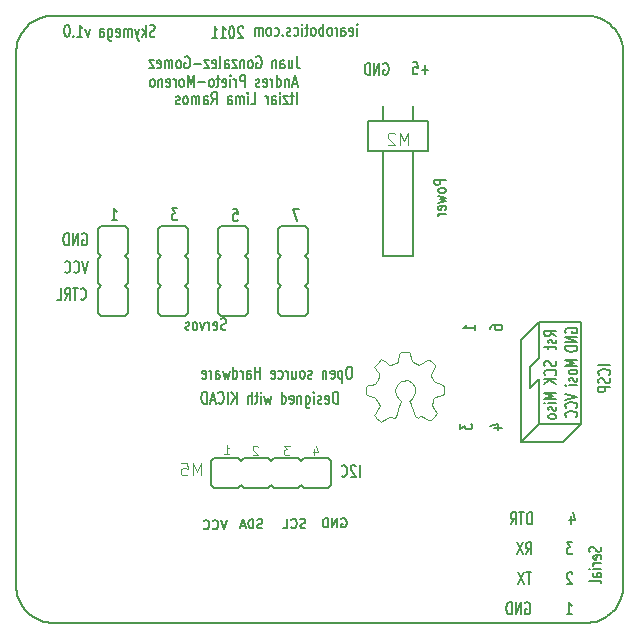
<source format=gbo>
G04 (created by PCBNEW-RS274X (2010-00-09 BZR 23xx)-stable) date Sun 13 Nov 2011 01:59:46 PM CET*
G01*
G70*
G90*
%MOIN*%
G04 Gerber Fmt 3.4, Leading zero omitted, Abs format*
%FSLAX34Y34*%
G04 APERTURE LIST*
%ADD10C,0.006000*%
%ADD11C,0.005000*%
%ADD12C,0.003500*%
%ADD13C,0.000100*%
G04 APERTURE END LIST*
G54D10*
G54D11*
X61000Y-38200D02*
X59600Y-38200D01*
X61600Y-37600D02*
X61000Y-38200D01*
X59600Y-38200D02*
X60200Y-37600D01*
X59600Y-34800D02*
X59600Y-38200D01*
X60200Y-34200D02*
X59600Y-34800D01*
X60200Y-34200D02*
X60200Y-35400D01*
X61600Y-34200D02*
X60200Y-34200D01*
X61600Y-37600D02*
X61600Y-34200D01*
X60200Y-37600D02*
X61600Y-37600D01*
X60200Y-36100D02*
X60200Y-37600D01*
X59900Y-36400D02*
X60200Y-36100D01*
X59900Y-35700D02*
X59900Y-36400D01*
X60200Y-35400D02*
X59900Y-35700D01*
X58562Y-34457D02*
X58562Y-34400D01*
X58581Y-34371D01*
X58600Y-34357D01*
X58657Y-34328D01*
X58733Y-34314D01*
X58886Y-34314D01*
X58924Y-34328D01*
X58943Y-34343D01*
X58962Y-34371D01*
X58962Y-34428D01*
X58943Y-34457D01*
X58924Y-34471D01*
X58886Y-34486D01*
X58790Y-34486D01*
X58752Y-34471D01*
X58733Y-34457D01*
X58714Y-34428D01*
X58714Y-34371D01*
X58733Y-34343D01*
X58752Y-34328D01*
X58790Y-34314D01*
X61462Y-35471D02*
X61062Y-35471D01*
X61348Y-35571D01*
X61062Y-35671D01*
X61462Y-35671D01*
X61462Y-35857D02*
X61443Y-35829D01*
X61424Y-35814D01*
X61386Y-35800D01*
X61271Y-35800D01*
X61233Y-35814D01*
X61214Y-35829D01*
X61195Y-35857D01*
X61195Y-35900D01*
X61214Y-35929D01*
X61233Y-35943D01*
X61271Y-35957D01*
X61386Y-35957D01*
X61424Y-35943D01*
X61443Y-35929D01*
X61462Y-35900D01*
X61462Y-35857D01*
X61443Y-36071D02*
X61462Y-36100D01*
X61462Y-36157D01*
X61443Y-36185D01*
X61405Y-36200D01*
X61386Y-36200D01*
X61348Y-36185D01*
X61329Y-36157D01*
X61329Y-36114D01*
X61310Y-36085D01*
X61271Y-36071D01*
X61252Y-36071D01*
X61214Y-36085D01*
X61195Y-36114D01*
X61195Y-36157D01*
X61214Y-36185D01*
X61462Y-36328D02*
X61195Y-36328D01*
X61062Y-36328D02*
X61081Y-36314D01*
X61100Y-36328D01*
X61081Y-36343D01*
X61062Y-36328D01*
X61100Y-36328D01*
X60762Y-34686D02*
X60571Y-34586D01*
X60762Y-34514D02*
X60362Y-34514D01*
X60362Y-34629D01*
X60381Y-34657D01*
X60400Y-34672D01*
X60438Y-34686D01*
X60495Y-34686D01*
X60533Y-34672D01*
X60552Y-34657D01*
X60571Y-34629D01*
X60571Y-34514D01*
X60743Y-34800D02*
X60762Y-34829D01*
X60762Y-34886D01*
X60743Y-34914D01*
X60705Y-34929D01*
X60686Y-34929D01*
X60648Y-34914D01*
X60629Y-34886D01*
X60629Y-34843D01*
X60610Y-34814D01*
X60571Y-34800D01*
X60552Y-34800D01*
X60514Y-34814D01*
X60495Y-34843D01*
X60495Y-34886D01*
X60514Y-34914D01*
X60495Y-35015D02*
X60495Y-35129D01*
X60362Y-35057D02*
X60705Y-35057D01*
X60743Y-35072D01*
X60762Y-35100D01*
X60762Y-35129D01*
X60743Y-35514D02*
X60762Y-35557D01*
X60762Y-35628D01*
X60743Y-35657D01*
X60724Y-35671D01*
X60686Y-35686D01*
X60648Y-35686D01*
X60610Y-35671D01*
X60590Y-35657D01*
X60571Y-35628D01*
X60552Y-35571D01*
X60533Y-35543D01*
X60514Y-35528D01*
X60476Y-35514D01*
X60438Y-35514D01*
X60400Y-35528D01*
X60381Y-35543D01*
X60362Y-35571D01*
X60362Y-35643D01*
X60381Y-35686D01*
X60724Y-35986D02*
X60743Y-35972D01*
X60762Y-35929D01*
X60762Y-35900D01*
X60743Y-35857D01*
X60705Y-35829D01*
X60667Y-35814D01*
X60590Y-35800D01*
X60533Y-35800D01*
X60457Y-35814D01*
X60419Y-35829D01*
X60381Y-35857D01*
X60362Y-35900D01*
X60362Y-35929D01*
X60381Y-35972D01*
X60400Y-35986D01*
X60762Y-36114D02*
X60362Y-36114D01*
X60762Y-36286D02*
X60533Y-36157D01*
X60362Y-36286D02*
X60590Y-36114D01*
X60762Y-36571D02*
X60362Y-36571D01*
X60648Y-36671D01*
X60362Y-36771D01*
X60762Y-36771D01*
X60762Y-36914D02*
X60495Y-36914D01*
X60362Y-36914D02*
X60381Y-36900D01*
X60400Y-36914D01*
X60381Y-36929D01*
X60362Y-36914D01*
X60400Y-36914D01*
X60743Y-37043D02*
X60762Y-37072D01*
X60762Y-37129D01*
X60743Y-37157D01*
X60705Y-37172D01*
X60686Y-37172D01*
X60648Y-37157D01*
X60629Y-37129D01*
X60629Y-37086D01*
X60610Y-37057D01*
X60571Y-37043D01*
X60552Y-37043D01*
X60514Y-37057D01*
X60495Y-37086D01*
X60495Y-37129D01*
X60514Y-37157D01*
X60762Y-37343D02*
X60743Y-37315D01*
X60724Y-37300D01*
X60686Y-37286D01*
X60571Y-37286D01*
X60533Y-37300D01*
X60514Y-37315D01*
X60495Y-37343D01*
X60495Y-37386D01*
X60514Y-37415D01*
X60533Y-37429D01*
X60571Y-37443D01*
X60686Y-37443D01*
X60724Y-37429D01*
X60743Y-37415D01*
X60762Y-37386D01*
X60762Y-37343D01*
X59943Y-40962D02*
X59943Y-40562D01*
X59871Y-40562D01*
X59828Y-40581D01*
X59800Y-40619D01*
X59785Y-40657D01*
X59771Y-40733D01*
X59771Y-40790D01*
X59785Y-40867D01*
X59800Y-40905D01*
X59828Y-40943D01*
X59871Y-40962D01*
X59943Y-40962D01*
X59685Y-40562D02*
X59514Y-40562D01*
X59600Y-40962D02*
X59600Y-40562D01*
X59242Y-40962D02*
X59342Y-40771D01*
X59414Y-40962D02*
X59414Y-40562D01*
X59299Y-40562D01*
X59271Y-40581D01*
X59256Y-40600D01*
X59242Y-40638D01*
X59242Y-40695D01*
X59256Y-40733D01*
X59271Y-40752D01*
X59299Y-40771D01*
X59414Y-40771D01*
X61243Y-40695D02*
X61243Y-40962D01*
X61314Y-40543D02*
X61386Y-40829D01*
X61200Y-40829D01*
X44000Y-24000D02*
X61750Y-24000D01*
X42750Y-25250D02*
X42750Y-43000D01*
X44000Y-24000D02*
X43892Y-24005D01*
X43783Y-24019D01*
X43677Y-24043D01*
X43573Y-24076D01*
X43472Y-24118D01*
X43376Y-24168D01*
X43284Y-24227D01*
X43197Y-24293D01*
X43117Y-24367D01*
X43043Y-24447D01*
X42977Y-24534D01*
X42918Y-24626D01*
X42868Y-24722D01*
X42826Y-24823D01*
X42793Y-24927D01*
X42769Y-25033D01*
X42755Y-25142D01*
X42750Y-25250D01*
X63000Y-43000D02*
X63000Y-25250D01*
X63000Y-25250D02*
X62995Y-25142D01*
X62981Y-25033D01*
X62957Y-24927D01*
X62924Y-24823D01*
X62882Y-24722D01*
X62832Y-24626D01*
X62773Y-24534D01*
X62707Y-24447D01*
X62633Y-24367D01*
X62553Y-24293D01*
X62466Y-24227D01*
X62375Y-24168D01*
X62278Y-24118D01*
X62177Y-24076D01*
X62073Y-24043D01*
X61967Y-24019D01*
X61858Y-24005D01*
X61750Y-24000D01*
X44000Y-44250D02*
X61750Y-44250D01*
X61750Y-44250D02*
X61858Y-44245D01*
X61967Y-44231D01*
X62073Y-44207D01*
X62177Y-44174D01*
X62278Y-44132D01*
X62375Y-44082D01*
X62466Y-44023D01*
X62553Y-43957D01*
X62633Y-43883D01*
X62707Y-43803D01*
X62773Y-43716D01*
X62832Y-43624D01*
X62882Y-43528D01*
X62924Y-43427D01*
X62957Y-43323D01*
X62981Y-43217D01*
X62995Y-43108D01*
X63000Y-43000D01*
X42750Y-43000D02*
X42755Y-43108D01*
X42769Y-43217D01*
X42793Y-43323D01*
X42826Y-43427D01*
X42868Y-43528D01*
X42918Y-43624D01*
X42977Y-43716D01*
X43043Y-43803D01*
X43117Y-43883D01*
X43197Y-43957D01*
X43284Y-44023D01*
X43376Y-44082D01*
X43472Y-44132D01*
X43573Y-44174D01*
X43677Y-44207D01*
X43783Y-44231D01*
X43892Y-44245D01*
X44000Y-44250D01*
X53474Y-36942D02*
X53474Y-36542D01*
X53402Y-36542D01*
X53359Y-36561D01*
X53331Y-36599D01*
X53316Y-36637D01*
X53302Y-36713D01*
X53302Y-36770D01*
X53316Y-36847D01*
X53331Y-36885D01*
X53359Y-36923D01*
X53402Y-36942D01*
X53474Y-36942D01*
X53059Y-36923D02*
X53088Y-36942D01*
X53145Y-36942D01*
X53174Y-36923D01*
X53188Y-36885D01*
X53188Y-36732D01*
X53174Y-36694D01*
X53145Y-36675D01*
X53088Y-36675D01*
X53059Y-36694D01*
X53045Y-36732D01*
X53045Y-36770D01*
X53188Y-36809D01*
X52931Y-36923D02*
X52902Y-36942D01*
X52845Y-36942D01*
X52817Y-36923D01*
X52802Y-36885D01*
X52802Y-36866D01*
X52817Y-36828D01*
X52845Y-36809D01*
X52888Y-36809D01*
X52917Y-36790D01*
X52931Y-36751D01*
X52931Y-36732D01*
X52917Y-36694D01*
X52888Y-36675D01*
X52845Y-36675D01*
X52817Y-36694D01*
X52674Y-36942D02*
X52674Y-36675D01*
X52674Y-36542D02*
X52688Y-36561D01*
X52674Y-36580D01*
X52659Y-36561D01*
X52674Y-36542D01*
X52674Y-36580D01*
X52402Y-36675D02*
X52402Y-36999D01*
X52416Y-37037D01*
X52431Y-37056D01*
X52459Y-37075D01*
X52502Y-37075D01*
X52531Y-37056D01*
X52402Y-36923D02*
X52431Y-36942D01*
X52488Y-36942D01*
X52516Y-36923D01*
X52531Y-36904D01*
X52545Y-36866D01*
X52545Y-36751D01*
X52531Y-36713D01*
X52516Y-36694D01*
X52488Y-36675D01*
X52431Y-36675D01*
X52402Y-36694D01*
X52260Y-36675D02*
X52260Y-36942D01*
X52260Y-36713D02*
X52245Y-36694D01*
X52217Y-36675D01*
X52174Y-36675D01*
X52145Y-36694D01*
X52131Y-36732D01*
X52131Y-36942D01*
X51874Y-36923D02*
X51903Y-36942D01*
X51960Y-36942D01*
X51989Y-36923D01*
X52003Y-36885D01*
X52003Y-36732D01*
X51989Y-36694D01*
X51960Y-36675D01*
X51903Y-36675D01*
X51874Y-36694D01*
X51860Y-36732D01*
X51860Y-36770D01*
X52003Y-36809D01*
X51603Y-36942D02*
X51603Y-36542D01*
X51603Y-36923D02*
X51632Y-36942D01*
X51689Y-36942D01*
X51717Y-36923D01*
X51732Y-36904D01*
X51746Y-36866D01*
X51746Y-36751D01*
X51732Y-36713D01*
X51717Y-36694D01*
X51689Y-36675D01*
X51632Y-36675D01*
X51603Y-36694D01*
X51260Y-36675D02*
X51203Y-36942D01*
X51146Y-36751D01*
X51089Y-36942D01*
X51032Y-36675D01*
X50918Y-36942D02*
X50918Y-36675D01*
X50918Y-36542D02*
X50932Y-36561D01*
X50918Y-36580D01*
X50903Y-36561D01*
X50918Y-36542D01*
X50918Y-36580D01*
X50817Y-36675D02*
X50703Y-36675D01*
X50775Y-36542D02*
X50775Y-36885D01*
X50760Y-36923D01*
X50732Y-36942D01*
X50703Y-36942D01*
X50604Y-36942D02*
X50604Y-36542D01*
X50475Y-36942D02*
X50475Y-36732D01*
X50489Y-36694D01*
X50518Y-36675D01*
X50561Y-36675D01*
X50589Y-36694D01*
X50604Y-36713D01*
X50104Y-36942D02*
X50104Y-36542D01*
X49932Y-36942D02*
X50061Y-36713D01*
X49932Y-36542D02*
X50104Y-36770D01*
X49804Y-36942D02*
X49804Y-36542D01*
X49489Y-36904D02*
X49503Y-36923D01*
X49546Y-36942D01*
X49575Y-36942D01*
X49618Y-36923D01*
X49646Y-36885D01*
X49661Y-36847D01*
X49675Y-36770D01*
X49675Y-36713D01*
X49661Y-36637D01*
X49646Y-36599D01*
X49618Y-36561D01*
X49575Y-36542D01*
X49546Y-36542D01*
X49503Y-36561D01*
X49489Y-36580D01*
X49375Y-36828D02*
X49232Y-36828D01*
X49403Y-36942D02*
X49303Y-36542D01*
X49203Y-36942D01*
X49104Y-36942D02*
X49104Y-36542D01*
X49032Y-36542D01*
X48989Y-36561D01*
X48961Y-36599D01*
X48946Y-36637D01*
X48932Y-36713D01*
X48932Y-36770D01*
X48946Y-36847D01*
X48961Y-36885D01*
X48989Y-36923D01*
X49032Y-36942D01*
X49104Y-36942D01*
X53884Y-35702D02*
X53827Y-35702D01*
X53799Y-35721D01*
X53770Y-35759D01*
X53756Y-35835D01*
X53756Y-35969D01*
X53770Y-36045D01*
X53799Y-36083D01*
X53827Y-36102D01*
X53884Y-36102D01*
X53913Y-36083D01*
X53942Y-36045D01*
X53956Y-35969D01*
X53956Y-35835D01*
X53942Y-35759D01*
X53913Y-35721D01*
X53884Y-35702D01*
X53628Y-35835D02*
X53628Y-36235D01*
X53628Y-35854D02*
X53599Y-35835D01*
X53542Y-35835D01*
X53513Y-35854D01*
X53499Y-35873D01*
X53485Y-35911D01*
X53485Y-36026D01*
X53499Y-36064D01*
X53513Y-36083D01*
X53542Y-36102D01*
X53599Y-36102D01*
X53628Y-36083D01*
X53242Y-36083D02*
X53271Y-36102D01*
X53328Y-36102D01*
X53357Y-36083D01*
X53371Y-36045D01*
X53371Y-35892D01*
X53357Y-35854D01*
X53328Y-35835D01*
X53271Y-35835D01*
X53242Y-35854D01*
X53228Y-35892D01*
X53228Y-35930D01*
X53371Y-35969D01*
X53100Y-35835D02*
X53100Y-36102D01*
X53100Y-35873D02*
X53085Y-35854D01*
X53057Y-35835D01*
X53014Y-35835D01*
X52985Y-35854D01*
X52971Y-35892D01*
X52971Y-36102D01*
X52614Y-36083D02*
X52585Y-36102D01*
X52528Y-36102D01*
X52500Y-36083D01*
X52485Y-36045D01*
X52485Y-36026D01*
X52500Y-35988D01*
X52528Y-35969D01*
X52571Y-35969D01*
X52600Y-35950D01*
X52614Y-35911D01*
X52614Y-35892D01*
X52600Y-35854D01*
X52571Y-35835D01*
X52528Y-35835D01*
X52500Y-35854D01*
X52314Y-36102D02*
X52342Y-36083D01*
X52357Y-36064D01*
X52371Y-36026D01*
X52371Y-35911D01*
X52357Y-35873D01*
X52342Y-35854D01*
X52314Y-35835D01*
X52271Y-35835D01*
X52242Y-35854D01*
X52228Y-35873D01*
X52214Y-35911D01*
X52214Y-36026D01*
X52228Y-36064D01*
X52242Y-36083D01*
X52271Y-36102D01*
X52314Y-36102D01*
X51957Y-35835D02*
X51957Y-36102D01*
X52086Y-35835D02*
X52086Y-36045D01*
X52071Y-36083D01*
X52043Y-36102D01*
X52000Y-36102D01*
X51971Y-36083D01*
X51957Y-36064D01*
X51815Y-36102D02*
X51815Y-35835D01*
X51815Y-35911D02*
X51800Y-35873D01*
X51786Y-35854D01*
X51757Y-35835D01*
X51729Y-35835D01*
X51500Y-36083D02*
X51529Y-36102D01*
X51586Y-36102D01*
X51614Y-36083D01*
X51629Y-36064D01*
X51643Y-36026D01*
X51643Y-35911D01*
X51629Y-35873D01*
X51614Y-35854D01*
X51586Y-35835D01*
X51529Y-35835D01*
X51500Y-35854D01*
X51257Y-36083D02*
X51286Y-36102D01*
X51343Y-36102D01*
X51372Y-36083D01*
X51386Y-36045D01*
X51386Y-35892D01*
X51372Y-35854D01*
X51343Y-35835D01*
X51286Y-35835D01*
X51257Y-35854D01*
X51243Y-35892D01*
X51243Y-35930D01*
X51386Y-35969D01*
X50886Y-36102D02*
X50886Y-35702D01*
X50886Y-35892D02*
X50714Y-35892D01*
X50714Y-36102D02*
X50714Y-35702D01*
X50443Y-36102D02*
X50443Y-35892D01*
X50457Y-35854D01*
X50486Y-35835D01*
X50543Y-35835D01*
X50572Y-35854D01*
X50443Y-36083D02*
X50472Y-36102D01*
X50543Y-36102D01*
X50572Y-36083D01*
X50586Y-36045D01*
X50586Y-36007D01*
X50572Y-35969D01*
X50543Y-35950D01*
X50472Y-35950D01*
X50443Y-35930D01*
X50301Y-36102D02*
X50301Y-35835D01*
X50301Y-35911D02*
X50286Y-35873D01*
X50272Y-35854D01*
X50243Y-35835D01*
X50215Y-35835D01*
X49986Y-36102D02*
X49986Y-35702D01*
X49986Y-36083D02*
X50015Y-36102D01*
X50072Y-36102D01*
X50100Y-36083D01*
X50115Y-36064D01*
X50129Y-36026D01*
X50129Y-35911D01*
X50115Y-35873D01*
X50100Y-35854D01*
X50072Y-35835D01*
X50015Y-35835D01*
X49986Y-35854D01*
X49872Y-35835D02*
X49815Y-36102D01*
X49758Y-35911D01*
X49701Y-36102D01*
X49644Y-35835D01*
X49401Y-36102D02*
X49401Y-35892D01*
X49415Y-35854D01*
X49444Y-35835D01*
X49501Y-35835D01*
X49530Y-35854D01*
X49401Y-36083D02*
X49430Y-36102D01*
X49501Y-36102D01*
X49530Y-36083D01*
X49544Y-36045D01*
X49544Y-36007D01*
X49530Y-35969D01*
X49501Y-35950D01*
X49430Y-35950D01*
X49401Y-35930D01*
X49259Y-36102D02*
X49259Y-35835D01*
X49259Y-35911D02*
X49244Y-35873D01*
X49230Y-35854D01*
X49201Y-35835D01*
X49173Y-35835D01*
X48958Y-36083D02*
X48987Y-36102D01*
X49044Y-36102D01*
X49073Y-36083D01*
X49087Y-36045D01*
X49087Y-35892D01*
X49073Y-35854D01*
X49044Y-35835D01*
X48987Y-35835D01*
X48958Y-35854D01*
X48944Y-35892D01*
X48944Y-35930D01*
X49087Y-35969D01*
X52107Y-26962D02*
X52107Y-26562D01*
X52006Y-26695D02*
X51892Y-26695D01*
X51964Y-26562D02*
X51964Y-26905D01*
X51949Y-26943D01*
X51921Y-26962D01*
X51892Y-26962D01*
X51821Y-26695D02*
X51664Y-26695D01*
X51821Y-26962D01*
X51664Y-26962D01*
X51550Y-26962D02*
X51550Y-26695D01*
X51550Y-26562D02*
X51564Y-26581D01*
X51550Y-26600D01*
X51535Y-26581D01*
X51550Y-26562D01*
X51550Y-26600D01*
X51278Y-26962D02*
X51278Y-26752D01*
X51292Y-26714D01*
X51321Y-26695D01*
X51378Y-26695D01*
X51407Y-26714D01*
X51278Y-26943D02*
X51307Y-26962D01*
X51378Y-26962D01*
X51407Y-26943D01*
X51421Y-26905D01*
X51421Y-26867D01*
X51407Y-26829D01*
X51378Y-26810D01*
X51307Y-26810D01*
X51278Y-26790D01*
X51136Y-26962D02*
X51136Y-26695D01*
X51136Y-26771D02*
X51121Y-26733D01*
X51107Y-26714D01*
X51078Y-26695D01*
X51050Y-26695D01*
X50578Y-26962D02*
X50721Y-26962D01*
X50721Y-26562D01*
X50478Y-26962D02*
X50478Y-26695D01*
X50478Y-26562D02*
X50492Y-26581D01*
X50478Y-26600D01*
X50463Y-26581D01*
X50478Y-26562D01*
X50478Y-26600D01*
X50335Y-26962D02*
X50335Y-26695D01*
X50335Y-26733D02*
X50320Y-26714D01*
X50292Y-26695D01*
X50249Y-26695D01*
X50220Y-26714D01*
X50206Y-26752D01*
X50206Y-26962D01*
X50206Y-26752D02*
X50192Y-26714D01*
X50163Y-26695D01*
X50120Y-26695D01*
X50092Y-26714D01*
X50077Y-26752D01*
X50077Y-26962D01*
X49806Y-26962D02*
X49806Y-26752D01*
X49820Y-26714D01*
X49849Y-26695D01*
X49906Y-26695D01*
X49935Y-26714D01*
X49806Y-26943D02*
X49835Y-26962D01*
X49906Y-26962D01*
X49935Y-26943D01*
X49949Y-26905D01*
X49949Y-26867D01*
X49935Y-26829D01*
X49906Y-26810D01*
X49835Y-26810D01*
X49806Y-26790D01*
X49263Y-26962D02*
X49363Y-26771D01*
X49435Y-26962D02*
X49435Y-26562D01*
X49320Y-26562D01*
X49292Y-26581D01*
X49277Y-26600D01*
X49263Y-26638D01*
X49263Y-26695D01*
X49277Y-26733D01*
X49292Y-26752D01*
X49320Y-26771D01*
X49435Y-26771D01*
X49006Y-26962D02*
X49006Y-26752D01*
X49020Y-26714D01*
X49049Y-26695D01*
X49106Y-26695D01*
X49135Y-26714D01*
X49006Y-26943D02*
X49035Y-26962D01*
X49106Y-26962D01*
X49135Y-26943D01*
X49149Y-26905D01*
X49149Y-26867D01*
X49135Y-26829D01*
X49106Y-26810D01*
X49035Y-26810D01*
X49006Y-26790D01*
X48864Y-26962D02*
X48864Y-26695D01*
X48864Y-26733D02*
X48849Y-26714D01*
X48821Y-26695D01*
X48778Y-26695D01*
X48749Y-26714D01*
X48735Y-26752D01*
X48735Y-26962D01*
X48735Y-26752D02*
X48721Y-26714D01*
X48692Y-26695D01*
X48649Y-26695D01*
X48621Y-26714D01*
X48606Y-26752D01*
X48606Y-26962D01*
X48421Y-26962D02*
X48449Y-26943D01*
X48464Y-26924D01*
X48478Y-26886D01*
X48478Y-26771D01*
X48464Y-26733D01*
X48449Y-26714D01*
X48421Y-26695D01*
X48378Y-26695D01*
X48349Y-26714D01*
X48335Y-26733D01*
X48321Y-26771D01*
X48321Y-26886D01*
X48335Y-26924D01*
X48349Y-26943D01*
X48378Y-26962D01*
X48421Y-26962D01*
X48207Y-26943D02*
X48178Y-26962D01*
X48121Y-26962D01*
X48093Y-26943D01*
X48078Y-26905D01*
X48078Y-26886D01*
X48093Y-26848D01*
X48121Y-26829D01*
X48164Y-26829D01*
X48193Y-26810D01*
X48207Y-26771D01*
X48207Y-26752D01*
X48193Y-26714D01*
X48164Y-26695D01*
X48121Y-26695D01*
X48093Y-26714D01*
X52109Y-26268D02*
X51966Y-26268D01*
X52137Y-26382D02*
X52037Y-25982D01*
X51937Y-26382D01*
X51838Y-26115D02*
X51838Y-26382D01*
X51838Y-26153D02*
X51823Y-26134D01*
X51795Y-26115D01*
X51752Y-26115D01*
X51723Y-26134D01*
X51709Y-26172D01*
X51709Y-26382D01*
X51438Y-26382D02*
X51438Y-25982D01*
X51438Y-26363D02*
X51467Y-26382D01*
X51524Y-26382D01*
X51552Y-26363D01*
X51567Y-26344D01*
X51581Y-26306D01*
X51581Y-26191D01*
X51567Y-26153D01*
X51552Y-26134D01*
X51524Y-26115D01*
X51467Y-26115D01*
X51438Y-26134D01*
X51296Y-26382D02*
X51296Y-26115D01*
X51296Y-26191D02*
X51281Y-26153D01*
X51267Y-26134D01*
X51238Y-26115D01*
X51210Y-26115D01*
X50995Y-26363D02*
X51024Y-26382D01*
X51081Y-26382D01*
X51110Y-26363D01*
X51124Y-26325D01*
X51124Y-26172D01*
X51110Y-26134D01*
X51081Y-26115D01*
X51024Y-26115D01*
X50995Y-26134D01*
X50981Y-26172D01*
X50981Y-26210D01*
X51124Y-26249D01*
X50867Y-26363D02*
X50838Y-26382D01*
X50781Y-26382D01*
X50753Y-26363D01*
X50738Y-26325D01*
X50738Y-26306D01*
X50753Y-26268D01*
X50781Y-26249D01*
X50824Y-26249D01*
X50853Y-26230D01*
X50867Y-26191D01*
X50867Y-26172D01*
X50853Y-26134D01*
X50824Y-26115D01*
X50781Y-26115D01*
X50753Y-26134D01*
X50381Y-26382D02*
X50381Y-25982D01*
X50266Y-25982D01*
X50238Y-26001D01*
X50223Y-26020D01*
X50209Y-26058D01*
X50209Y-26115D01*
X50223Y-26153D01*
X50238Y-26172D01*
X50266Y-26191D01*
X50381Y-26191D01*
X50081Y-26382D02*
X50081Y-26115D01*
X50081Y-26191D02*
X50066Y-26153D01*
X50052Y-26134D01*
X50023Y-26115D01*
X49995Y-26115D01*
X49895Y-26382D02*
X49895Y-26115D01*
X49895Y-25982D02*
X49909Y-26001D01*
X49895Y-26020D01*
X49880Y-26001D01*
X49895Y-25982D01*
X49895Y-26020D01*
X49637Y-26363D02*
X49666Y-26382D01*
X49723Y-26382D01*
X49752Y-26363D01*
X49766Y-26325D01*
X49766Y-26172D01*
X49752Y-26134D01*
X49723Y-26115D01*
X49666Y-26115D01*
X49637Y-26134D01*
X49623Y-26172D01*
X49623Y-26210D01*
X49766Y-26249D01*
X49537Y-26115D02*
X49423Y-26115D01*
X49495Y-25982D02*
X49495Y-26325D01*
X49480Y-26363D01*
X49452Y-26382D01*
X49423Y-26382D01*
X49281Y-26382D02*
X49309Y-26363D01*
X49324Y-26344D01*
X49338Y-26306D01*
X49338Y-26191D01*
X49324Y-26153D01*
X49309Y-26134D01*
X49281Y-26115D01*
X49238Y-26115D01*
X49209Y-26134D01*
X49195Y-26153D01*
X49181Y-26191D01*
X49181Y-26306D01*
X49195Y-26344D01*
X49209Y-26363D01*
X49238Y-26382D01*
X49281Y-26382D01*
X49053Y-26230D02*
X48824Y-26230D01*
X48682Y-26382D02*
X48682Y-25982D01*
X48582Y-26268D01*
X48482Y-25982D01*
X48482Y-26382D01*
X48296Y-26382D02*
X48324Y-26363D01*
X48339Y-26344D01*
X48353Y-26306D01*
X48353Y-26191D01*
X48339Y-26153D01*
X48324Y-26134D01*
X48296Y-26115D01*
X48253Y-26115D01*
X48224Y-26134D01*
X48210Y-26153D01*
X48196Y-26191D01*
X48196Y-26306D01*
X48210Y-26344D01*
X48224Y-26363D01*
X48253Y-26382D01*
X48296Y-26382D01*
X48068Y-26382D02*
X48068Y-26115D01*
X48068Y-26191D02*
X48053Y-26153D01*
X48039Y-26134D01*
X48010Y-26115D01*
X47982Y-26115D01*
X47767Y-26363D02*
X47796Y-26382D01*
X47853Y-26382D01*
X47882Y-26363D01*
X47896Y-26325D01*
X47896Y-26172D01*
X47882Y-26134D01*
X47853Y-26115D01*
X47796Y-26115D01*
X47767Y-26134D01*
X47753Y-26172D01*
X47753Y-26210D01*
X47896Y-26249D01*
X47625Y-26115D02*
X47625Y-26382D01*
X47625Y-26153D02*
X47610Y-26134D01*
X47582Y-26115D01*
X47539Y-26115D01*
X47510Y-26134D01*
X47496Y-26172D01*
X47496Y-26382D01*
X47311Y-26382D02*
X47339Y-26363D01*
X47354Y-26344D01*
X47368Y-26306D01*
X47368Y-26191D01*
X47354Y-26153D01*
X47339Y-26134D01*
X47311Y-26115D01*
X47268Y-26115D01*
X47239Y-26134D01*
X47225Y-26153D01*
X47211Y-26191D01*
X47211Y-26306D01*
X47225Y-26344D01*
X47239Y-26363D01*
X47268Y-26382D01*
X47311Y-26382D01*
X52106Y-25362D02*
X52106Y-25648D01*
X52120Y-25705D01*
X52149Y-25743D01*
X52192Y-25762D01*
X52220Y-25762D01*
X51834Y-25495D02*
X51834Y-25762D01*
X51963Y-25495D02*
X51963Y-25705D01*
X51948Y-25743D01*
X51920Y-25762D01*
X51877Y-25762D01*
X51848Y-25743D01*
X51834Y-25724D01*
X51563Y-25762D02*
X51563Y-25552D01*
X51577Y-25514D01*
X51606Y-25495D01*
X51663Y-25495D01*
X51692Y-25514D01*
X51563Y-25743D02*
X51592Y-25762D01*
X51663Y-25762D01*
X51692Y-25743D01*
X51706Y-25705D01*
X51706Y-25667D01*
X51692Y-25629D01*
X51663Y-25610D01*
X51592Y-25610D01*
X51563Y-25590D01*
X51421Y-25495D02*
X51421Y-25762D01*
X51421Y-25533D02*
X51406Y-25514D01*
X51378Y-25495D01*
X51335Y-25495D01*
X51306Y-25514D01*
X51292Y-25552D01*
X51292Y-25762D01*
X50763Y-25381D02*
X50792Y-25362D01*
X50835Y-25362D01*
X50878Y-25381D01*
X50906Y-25419D01*
X50921Y-25457D01*
X50935Y-25533D01*
X50935Y-25590D01*
X50921Y-25667D01*
X50906Y-25705D01*
X50878Y-25743D01*
X50835Y-25762D01*
X50806Y-25762D01*
X50763Y-25743D01*
X50749Y-25724D01*
X50749Y-25590D01*
X50806Y-25590D01*
X50578Y-25762D02*
X50606Y-25743D01*
X50621Y-25724D01*
X50635Y-25686D01*
X50635Y-25571D01*
X50621Y-25533D01*
X50606Y-25514D01*
X50578Y-25495D01*
X50535Y-25495D01*
X50506Y-25514D01*
X50492Y-25533D01*
X50478Y-25571D01*
X50478Y-25686D01*
X50492Y-25724D01*
X50506Y-25743D01*
X50535Y-25762D01*
X50578Y-25762D01*
X50350Y-25495D02*
X50350Y-25762D01*
X50350Y-25533D02*
X50335Y-25514D01*
X50307Y-25495D01*
X50264Y-25495D01*
X50235Y-25514D01*
X50221Y-25552D01*
X50221Y-25762D01*
X50107Y-25495D02*
X49950Y-25495D01*
X50107Y-25762D01*
X49950Y-25762D01*
X49707Y-25762D02*
X49707Y-25552D01*
X49721Y-25514D01*
X49750Y-25495D01*
X49807Y-25495D01*
X49836Y-25514D01*
X49707Y-25743D02*
X49736Y-25762D01*
X49807Y-25762D01*
X49836Y-25743D01*
X49850Y-25705D01*
X49850Y-25667D01*
X49836Y-25629D01*
X49807Y-25610D01*
X49736Y-25610D01*
X49707Y-25590D01*
X49522Y-25762D02*
X49550Y-25743D01*
X49565Y-25705D01*
X49565Y-25362D01*
X49293Y-25743D02*
X49322Y-25762D01*
X49379Y-25762D01*
X49408Y-25743D01*
X49422Y-25705D01*
X49422Y-25552D01*
X49408Y-25514D01*
X49379Y-25495D01*
X49322Y-25495D01*
X49293Y-25514D01*
X49279Y-25552D01*
X49279Y-25590D01*
X49422Y-25629D01*
X49179Y-25495D02*
X49022Y-25495D01*
X49179Y-25762D01*
X49022Y-25762D01*
X48908Y-25610D02*
X48679Y-25610D01*
X48379Y-25381D02*
X48408Y-25362D01*
X48451Y-25362D01*
X48494Y-25381D01*
X48522Y-25419D01*
X48537Y-25457D01*
X48551Y-25533D01*
X48551Y-25590D01*
X48537Y-25667D01*
X48522Y-25705D01*
X48494Y-25743D01*
X48451Y-25762D01*
X48422Y-25762D01*
X48379Y-25743D01*
X48365Y-25724D01*
X48365Y-25590D01*
X48422Y-25590D01*
X48194Y-25762D02*
X48222Y-25743D01*
X48237Y-25724D01*
X48251Y-25686D01*
X48251Y-25571D01*
X48237Y-25533D01*
X48222Y-25514D01*
X48194Y-25495D01*
X48151Y-25495D01*
X48122Y-25514D01*
X48108Y-25533D01*
X48094Y-25571D01*
X48094Y-25686D01*
X48108Y-25724D01*
X48122Y-25743D01*
X48151Y-25762D01*
X48194Y-25762D01*
X47966Y-25762D02*
X47966Y-25495D01*
X47966Y-25533D02*
X47951Y-25514D01*
X47923Y-25495D01*
X47880Y-25495D01*
X47851Y-25514D01*
X47837Y-25552D01*
X47837Y-25762D01*
X47837Y-25552D02*
X47823Y-25514D01*
X47794Y-25495D01*
X47751Y-25495D01*
X47723Y-25514D01*
X47708Y-25552D01*
X47708Y-25762D01*
X47451Y-25743D02*
X47480Y-25762D01*
X47537Y-25762D01*
X47566Y-25743D01*
X47580Y-25705D01*
X47580Y-25552D01*
X47566Y-25514D01*
X47537Y-25495D01*
X47480Y-25495D01*
X47451Y-25514D01*
X47437Y-25552D01*
X47437Y-25590D01*
X47580Y-25629D01*
X47337Y-25495D02*
X47180Y-25495D01*
X47337Y-25762D01*
X47180Y-25762D01*
X50315Y-24400D02*
X50301Y-24381D01*
X50272Y-24362D01*
X50201Y-24362D01*
X50172Y-24381D01*
X50158Y-24400D01*
X50143Y-24438D01*
X50143Y-24476D01*
X50158Y-24533D01*
X50329Y-24762D01*
X50143Y-24762D01*
X49957Y-24362D02*
X49929Y-24362D01*
X49900Y-24381D01*
X49886Y-24400D01*
X49872Y-24438D01*
X49857Y-24514D01*
X49857Y-24610D01*
X49872Y-24686D01*
X49886Y-24724D01*
X49900Y-24743D01*
X49929Y-24762D01*
X49957Y-24762D01*
X49986Y-24743D01*
X50000Y-24724D01*
X50015Y-24686D01*
X50029Y-24610D01*
X50029Y-24514D01*
X50015Y-24438D01*
X50000Y-24400D01*
X49986Y-24381D01*
X49957Y-24362D01*
X49571Y-24762D02*
X49743Y-24762D01*
X49657Y-24762D02*
X49657Y-24362D01*
X49686Y-24419D01*
X49714Y-24457D01*
X49743Y-24476D01*
X49285Y-24762D02*
X49457Y-24762D01*
X49371Y-24762D02*
X49371Y-24362D01*
X49400Y-24419D01*
X49428Y-24457D01*
X49457Y-24476D01*
X54126Y-24672D02*
X54126Y-24405D01*
X54126Y-24272D02*
X54140Y-24291D01*
X54126Y-24310D01*
X54111Y-24291D01*
X54126Y-24272D01*
X54126Y-24310D01*
X53868Y-24653D02*
X53897Y-24672D01*
X53954Y-24672D01*
X53983Y-24653D01*
X53997Y-24615D01*
X53997Y-24462D01*
X53983Y-24424D01*
X53954Y-24405D01*
X53897Y-24405D01*
X53868Y-24424D01*
X53854Y-24462D01*
X53854Y-24500D01*
X53997Y-24539D01*
X53597Y-24672D02*
X53597Y-24462D01*
X53611Y-24424D01*
X53640Y-24405D01*
X53697Y-24405D01*
X53726Y-24424D01*
X53597Y-24653D02*
X53626Y-24672D01*
X53697Y-24672D01*
X53726Y-24653D01*
X53740Y-24615D01*
X53740Y-24577D01*
X53726Y-24539D01*
X53697Y-24520D01*
X53626Y-24520D01*
X53597Y-24500D01*
X53455Y-24672D02*
X53455Y-24405D01*
X53455Y-24481D02*
X53440Y-24443D01*
X53426Y-24424D01*
X53397Y-24405D01*
X53369Y-24405D01*
X53226Y-24672D02*
X53254Y-24653D01*
X53269Y-24634D01*
X53283Y-24596D01*
X53283Y-24481D01*
X53269Y-24443D01*
X53254Y-24424D01*
X53226Y-24405D01*
X53183Y-24405D01*
X53154Y-24424D01*
X53140Y-24443D01*
X53126Y-24481D01*
X53126Y-24596D01*
X53140Y-24634D01*
X53154Y-24653D01*
X53183Y-24672D01*
X53226Y-24672D01*
X52998Y-24672D02*
X52998Y-24272D01*
X52998Y-24424D02*
X52969Y-24405D01*
X52912Y-24405D01*
X52883Y-24424D01*
X52869Y-24443D01*
X52855Y-24481D01*
X52855Y-24596D01*
X52869Y-24634D01*
X52883Y-24653D01*
X52912Y-24672D01*
X52969Y-24672D01*
X52998Y-24653D01*
X52684Y-24672D02*
X52712Y-24653D01*
X52727Y-24634D01*
X52741Y-24596D01*
X52741Y-24481D01*
X52727Y-24443D01*
X52712Y-24424D01*
X52684Y-24405D01*
X52641Y-24405D01*
X52612Y-24424D01*
X52598Y-24443D01*
X52584Y-24481D01*
X52584Y-24596D01*
X52598Y-24634D01*
X52612Y-24653D01*
X52641Y-24672D01*
X52684Y-24672D01*
X52498Y-24405D02*
X52384Y-24405D01*
X52456Y-24272D02*
X52456Y-24615D01*
X52441Y-24653D01*
X52413Y-24672D01*
X52384Y-24672D01*
X52285Y-24672D02*
X52285Y-24405D01*
X52285Y-24272D02*
X52299Y-24291D01*
X52285Y-24310D01*
X52270Y-24291D01*
X52285Y-24272D01*
X52285Y-24310D01*
X52013Y-24653D02*
X52042Y-24672D01*
X52099Y-24672D01*
X52127Y-24653D01*
X52142Y-24634D01*
X52156Y-24596D01*
X52156Y-24481D01*
X52142Y-24443D01*
X52127Y-24424D01*
X52099Y-24405D01*
X52042Y-24405D01*
X52013Y-24424D01*
X51899Y-24653D02*
X51870Y-24672D01*
X51813Y-24672D01*
X51785Y-24653D01*
X51770Y-24615D01*
X51770Y-24596D01*
X51785Y-24558D01*
X51813Y-24539D01*
X51856Y-24539D01*
X51885Y-24520D01*
X51899Y-24481D01*
X51899Y-24462D01*
X51885Y-24424D01*
X51856Y-24405D01*
X51813Y-24405D01*
X51785Y-24424D01*
X51642Y-24634D02*
X51627Y-24653D01*
X51642Y-24672D01*
X51656Y-24653D01*
X51642Y-24634D01*
X51642Y-24672D01*
X51370Y-24653D02*
X51399Y-24672D01*
X51456Y-24672D01*
X51484Y-24653D01*
X51499Y-24634D01*
X51513Y-24596D01*
X51513Y-24481D01*
X51499Y-24443D01*
X51484Y-24424D01*
X51456Y-24405D01*
X51399Y-24405D01*
X51370Y-24424D01*
X51199Y-24672D02*
X51227Y-24653D01*
X51242Y-24634D01*
X51256Y-24596D01*
X51256Y-24481D01*
X51242Y-24443D01*
X51227Y-24424D01*
X51199Y-24405D01*
X51156Y-24405D01*
X51127Y-24424D01*
X51113Y-24443D01*
X51099Y-24481D01*
X51099Y-24596D01*
X51113Y-24634D01*
X51127Y-24653D01*
X51156Y-24672D01*
X51199Y-24672D01*
X50971Y-24672D02*
X50971Y-24405D01*
X50971Y-24443D02*
X50956Y-24424D01*
X50928Y-24405D01*
X50885Y-24405D01*
X50856Y-24424D01*
X50842Y-24462D01*
X50842Y-24672D01*
X50842Y-24462D02*
X50828Y-24424D01*
X50799Y-24405D01*
X50756Y-24405D01*
X50728Y-24424D01*
X50713Y-24462D01*
X50713Y-24672D01*
X47378Y-24693D02*
X47335Y-24712D01*
X47264Y-24712D01*
X47235Y-24693D01*
X47221Y-24674D01*
X47206Y-24636D01*
X47206Y-24598D01*
X47221Y-24560D01*
X47235Y-24540D01*
X47264Y-24521D01*
X47321Y-24502D01*
X47349Y-24483D01*
X47364Y-24464D01*
X47378Y-24426D01*
X47378Y-24388D01*
X47364Y-24350D01*
X47349Y-24331D01*
X47321Y-24312D01*
X47249Y-24312D01*
X47206Y-24331D01*
X47078Y-24712D02*
X47078Y-24312D01*
X47049Y-24560D02*
X46963Y-24712D01*
X46963Y-24445D02*
X47078Y-24598D01*
X46863Y-24445D02*
X46792Y-24712D01*
X46720Y-24445D02*
X46792Y-24712D01*
X46820Y-24807D01*
X46835Y-24826D01*
X46863Y-24845D01*
X46606Y-24712D02*
X46606Y-24445D01*
X46606Y-24483D02*
X46591Y-24464D01*
X46563Y-24445D01*
X46520Y-24445D01*
X46491Y-24464D01*
X46477Y-24502D01*
X46477Y-24712D01*
X46477Y-24502D02*
X46463Y-24464D01*
X46434Y-24445D01*
X46391Y-24445D01*
X46363Y-24464D01*
X46348Y-24502D01*
X46348Y-24712D01*
X46091Y-24693D02*
X46120Y-24712D01*
X46177Y-24712D01*
X46206Y-24693D01*
X46220Y-24655D01*
X46220Y-24502D01*
X46206Y-24464D01*
X46177Y-24445D01*
X46120Y-24445D01*
X46091Y-24464D01*
X46077Y-24502D01*
X46077Y-24540D01*
X46220Y-24579D01*
X45820Y-24445D02*
X45820Y-24769D01*
X45834Y-24807D01*
X45849Y-24826D01*
X45877Y-24845D01*
X45920Y-24845D01*
X45949Y-24826D01*
X45820Y-24693D02*
X45849Y-24712D01*
X45906Y-24712D01*
X45934Y-24693D01*
X45949Y-24674D01*
X45963Y-24636D01*
X45963Y-24521D01*
X45949Y-24483D01*
X45934Y-24464D01*
X45906Y-24445D01*
X45849Y-24445D01*
X45820Y-24464D01*
X45549Y-24712D02*
X45549Y-24502D01*
X45563Y-24464D01*
X45592Y-24445D01*
X45649Y-24445D01*
X45678Y-24464D01*
X45549Y-24693D02*
X45578Y-24712D01*
X45649Y-24712D01*
X45678Y-24693D01*
X45692Y-24655D01*
X45692Y-24617D01*
X45678Y-24579D01*
X45649Y-24560D01*
X45578Y-24560D01*
X45549Y-24540D01*
X45206Y-24445D02*
X45135Y-24712D01*
X45063Y-24445D01*
X44791Y-24712D02*
X44963Y-24712D01*
X44877Y-24712D02*
X44877Y-24312D01*
X44906Y-24369D01*
X44934Y-24407D01*
X44963Y-24426D01*
X44663Y-24674D02*
X44648Y-24693D01*
X44663Y-24712D01*
X44677Y-24693D01*
X44663Y-24674D01*
X44663Y-24712D01*
X44462Y-24312D02*
X44434Y-24312D01*
X44405Y-24331D01*
X44391Y-24350D01*
X44377Y-24388D01*
X44362Y-24464D01*
X44362Y-24560D01*
X44377Y-24636D01*
X44391Y-24674D01*
X44405Y-24693D01*
X44434Y-24712D01*
X44462Y-24712D01*
X44491Y-24693D01*
X44505Y-24674D01*
X44520Y-24636D01*
X44534Y-24560D01*
X44534Y-24464D01*
X44520Y-24388D01*
X44505Y-24350D01*
X44491Y-24331D01*
X44462Y-24312D01*
X49749Y-34463D02*
X49706Y-34482D01*
X49635Y-34482D01*
X49606Y-34463D01*
X49592Y-34444D01*
X49577Y-34406D01*
X49577Y-34368D01*
X49592Y-34330D01*
X49606Y-34310D01*
X49635Y-34291D01*
X49692Y-34272D01*
X49720Y-34253D01*
X49735Y-34234D01*
X49749Y-34196D01*
X49749Y-34158D01*
X49735Y-34120D01*
X49720Y-34101D01*
X49692Y-34082D01*
X49620Y-34082D01*
X49577Y-34101D01*
X49334Y-34463D02*
X49363Y-34482D01*
X49420Y-34482D01*
X49449Y-34463D01*
X49463Y-34425D01*
X49463Y-34272D01*
X49449Y-34234D01*
X49420Y-34215D01*
X49363Y-34215D01*
X49334Y-34234D01*
X49320Y-34272D01*
X49320Y-34310D01*
X49463Y-34349D01*
X49192Y-34482D02*
X49192Y-34215D01*
X49192Y-34291D02*
X49177Y-34253D01*
X49163Y-34234D01*
X49134Y-34215D01*
X49106Y-34215D01*
X49034Y-34215D02*
X48963Y-34482D01*
X48891Y-34215D01*
X48734Y-34482D02*
X48762Y-34463D01*
X48777Y-34444D01*
X48791Y-34406D01*
X48791Y-34291D01*
X48777Y-34253D01*
X48762Y-34234D01*
X48734Y-34215D01*
X48691Y-34215D01*
X48662Y-34234D01*
X48648Y-34253D01*
X48634Y-34291D01*
X48634Y-34406D01*
X48648Y-34444D01*
X48662Y-34463D01*
X48691Y-34482D01*
X48734Y-34482D01*
X48520Y-34463D02*
X48491Y-34482D01*
X48434Y-34482D01*
X48406Y-34463D01*
X48391Y-34425D01*
X48391Y-34406D01*
X48406Y-34368D01*
X48434Y-34349D01*
X48477Y-34349D01*
X48506Y-34330D01*
X48520Y-34291D01*
X48520Y-34272D01*
X48506Y-34234D01*
X48477Y-34215D01*
X48434Y-34215D01*
X48406Y-34234D01*
X57082Y-29467D02*
X56682Y-29467D01*
X56682Y-29582D01*
X56701Y-29610D01*
X56720Y-29625D01*
X56758Y-29639D01*
X56815Y-29639D01*
X56853Y-29625D01*
X56872Y-29610D01*
X56891Y-29582D01*
X56891Y-29467D01*
X57082Y-29810D02*
X57063Y-29782D01*
X57044Y-29767D01*
X57006Y-29753D01*
X56891Y-29753D01*
X56853Y-29767D01*
X56834Y-29782D01*
X56815Y-29810D01*
X56815Y-29853D01*
X56834Y-29882D01*
X56853Y-29896D01*
X56891Y-29910D01*
X57006Y-29910D01*
X57044Y-29896D01*
X57063Y-29882D01*
X57082Y-29853D01*
X57082Y-29810D01*
X56815Y-30010D02*
X57082Y-30067D01*
X56891Y-30124D01*
X57082Y-30181D01*
X56815Y-30238D01*
X57063Y-30467D02*
X57082Y-30438D01*
X57082Y-30381D01*
X57063Y-30352D01*
X57025Y-30338D01*
X56872Y-30338D01*
X56834Y-30352D01*
X56815Y-30381D01*
X56815Y-30438D01*
X56834Y-30467D01*
X56872Y-30481D01*
X56910Y-30481D01*
X56949Y-30338D01*
X57082Y-30609D02*
X56815Y-30609D01*
X56891Y-30609D02*
X56853Y-30624D01*
X56834Y-30638D01*
X56815Y-30667D01*
X56815Y-30695D01*
X62243Y-41707D02*
X62262Y-41750D01*
X62262Y-41821D01*
X62243Y-41850D01*
X62224Y-41864D01*
X62186Y-41879D01*
X62148Y-41879D01*
X62110Y-41864D01*
X62090Y-41850D01*
X62071Y-41821D01*
X62052Y-41764D01*
X62033Y-41736D01*
X62014Y-41721D01*
X61976Y-41707D01*
X61938Y-41707D01*
X61900Y-41721D01*
X61881Y-41736D01*
X61862Y-41764D01*
X61862Y-41836D01*
X61881Y-41879D01*
X62243Y-42122D02*
X62262Y-42093D01*
X62262Y-42036D01*
X62243Y-42007D01*
X62205Y-41993D01*
X62052Y-41993D01*
X62014Y-42007D01*
X61995Y-42036D01*
X61995Y-42093D01*
X62014Y-42122D01*
X62052Y-42136D01*
X62090Y-42136D01*
X62129Y-41993D01*
X62262Y-42264D02*
X61995Y-42264D01*
X62071Y-42264D02*
X62033Y-42279D01*
X62014Y-42293D01*
X61995Y-42322D01*
X61995Y-42350D01*
X62262Y-42450D02*
X61995Y-42450D01*
X61862Y-42450D02*
X61881Y-42436D01*
X61900Y-42450D01*
X61881Y-42465D01*
X61862Y-42450D01*
X61900Y-42450D01*
X62262Y-42722D02*
X62052Y-42722D01*
X62014Y-42708D01*
X61995Y-42679D01*
X61995Y-42622D01*
X62014Y-42593D01*
X62243Y-42722D02*
X62262Y-42693D01*
X62262Y-42622D01*
X62243Y-42593D01*
X62205Y-42579D01*
X62167Y-42579D01*
X62129Y-42593D01*
X62110Y-42622D01*
X62110Y-42693D01*
X62090Y-42722D01*
X62262Y-42907D02*
X62243Y-42879D01*
X62205Y-42864D01*
X61862Y-42864D01*
X62562Y-35657D02*
X62162Y-35657D01*
X62524Y-35972D02*
X62543Y-35958D01*
X62562Y-35915D01*
X62562Y-35886D01*
X62543Y-35843D01*
X62505Y-35815D01*
X62467Y-35800D01*
X62390Y-35786D01*
X62333Y-35786D01*
X62257Y-35800D01*
X62219Y-35815D01*
X62181Y-35843D01*
X62162Y-35886D01*
X62162Y-35915D01*
X62181Y-35958D01*
X62200Y-35972D01*
X62543Y-36086D02*
X62562Y-36129D01*
X62562Y-36200D01*
X62543Y-36229D01*
X62524Y-36243D01*
X62486Y-36258D01*
X62448Y-36258D01*
X62410Y-36243D01*
X62390Y-36229D01*
X62371Y-36200D01*
X62352Y-36143D01*
X62333Y-36115D01*
X62314Y-36100D01*
X62276Y-36086D01*
X62238Y-36086D01*
X62200Y-36100D01*
X62181Y-36115D01*
X62162Y-36143D01*
X62162Y-36215D01*
X62181Y-36258D01*
X62562Y-36386D02*
X62162Y-36386D01*
X62162Y-36501D01*
X62181Y-36529D01*
X62200Y-36544D01*
X62238Y-36558D01*
X62295Y-36558D01*
X62333Y-36544D01*
X62352Y-36529D01*
X62371Y-36501D01*
X62371Y-36386D01*
X61081Y-34572D02*
X61062Y-34543D01*
X61062Y-34500D01*
X61081Y-34457D01*
X61119Y-34429D01*
X61157Y-34414D01*
X61233Y-34400D01*
X61290Y-34400D01*
X61367Y-34414D01*
X61405Y-34429D01*
X61443Y-34457D01*
X61462Y-34500D01*
X61462Y-34529D01*
X61443Y-34572D01*
X61424Y-34586D01*
X61290Y-34586D01*
X61290Y-34529D01*
X61462Y-34714D02*
X61062Y-34714D01*
X61462Y-34886D01*
X61062Y-34886D01*
X61462Y-35028D02*
X61062Y-35028D01*
X61062Y-35100D01*
X61081Y-35143D01*
X61119Y-35171D01*
X61157Y-35186D01*
X61233Y-35200D01*
X61290Y-35200D01*
X61367Y-35186D01*
X61405Y-35171D01*
X61443Y-35143D01*
X61462Y-35100D01*
X61462Y-35028D01*
X61062Y-36601D02*
X61462Y-36701D01*
X61062Y-36801D01*
X61424Y-37072D02*
X61443Y-37058D01*
X61462Y-37015D01*
X61462Y-36986D01*
X61443Y-36943D01*
X61405Y-36915D01*
X61367Y-36900D01*
X61290Y-36886D01*
X61233Y-36886D01*
X61157Y-36900D01*
X61119Y-36915D01*
X61081Y-36943D01*
X61062Y-36986D01*
X61062Y-37015D01*
X61081Y-37058D01*
X61100Y-37072D01*
X61424Y-37372D02*
X61443Y-37358D01*
X61462Y-37315D01*
X61462Y-37286D01*
X61443Y-37243D01*
X61405Y-37215D01*
X61367Y-37200D01*
X61290Y-37186D01*
X61233Y-37186D01*
X61157Y-37200D01*
X61119Y-37215D01*
X61081Y-37243D01*
X61062Y-37286D01*
X61062Y-37315D01*
X61081Y-37358D01*
X61100Y-37372D01*
X58695Y-37757D02*
X58962Y-37757D01*
X58543Y-37686D02*
X58829Y-37614D01*
X58829Y-37800D01*
X57562Y-37600D02*
X57562Y-37786D01*
X57714Y-37686D01*
X57714Y-37728D01*
X57733Y-37757D01*
X57752Y-37771D01*
X57790Y-37786D01*
X57886Y-37786D01*
X57924Y-37771D01*
X57943Y-37757D01*
X57962Y-37728D01*
X57962Y-37643D01*
X57943Y-37614D01*
X57924Y-37600D01*
X58062Y-34486D02*
X58062Y-34314D01*
X58062Y-34400D02*
X57662Y-34400D01*
X57719Y-34371D01*
X57757Y-34343D01*
X57776Y-34314D01*
X44903Y-33444D02*
X44917Y-33463D01*
X44960Y-33482D01*
X44989Y-33482D01*
X45032Y-33463D01*
X45060Y-33425D01*
X45075Y-33387D01*
X45089Y-33310D01*
X45089Y-33253D01*
X45075Y-33177D01*
X45060Y-33139D01*
X45032Y-33101D01*
X44989Y-33082D01*
X44960Y-33082D01*
X44917Y-33101D01*
X44903Y-33120D01*
X44817Y-33082D02*
X44646Y-33082D01*
X44732Y-33482D02*
X44732Y-33082D01*
X44374Y-33482D02*
X44474Y-33291D01*
X44546Y-33482D02*
X44546Y-33082D01*
X44431Y-33082D01*
X44403Y-33101D01*
X44388Y-33120D01*
X44374Y-33158D01*
X44374Y-33215D01*
X44388Y-33253D01*
X44403Y-33272D01*
X44431Y-33291D01*
X44546Y-33291D01*
X44103Y-33482D02*
X44246Y-33482D01*
X44246Y-33082D01*
X45149Y-32182D02*
X45049Y-32582D01*
X44949Y-32182D01*
X44678Y-32544D02*
X44692Y-32563D01*
X44735Y-32582D01*
X44764Y-32582D01*
X44807Y-32563D01*
X44835Y-32525D01*
X44850Y-32487D01*
X44864Y-32410D01*
X44864Y-32353D01*
X44850Y-32277D01*
X44835Y-32239D01*
X44807Y-32201D01*
X44764Y-32182D01*
X44735Y-32182D01*
X44692Y-32201D01*
X44678Y-32220D01*
X44378Y-32544D02*
X44392Y-32563D01*
X44435Y-32582D01*
X44464Y-32582D01*
X44507Y-32563D01*
X44535Y-32525D01*
X44550Y-32487D01*
X44564Y-32410D01*
X44564Y-32353D01*
X44550Y-32277D01*
X44535Y-32239D01*
X44507Y-32201D01*
X44464Y-32182D01*
X44435Y-32182D01*
X44392Y-32201D01*
X44378Y-32220D01*
X44958Y-31281D02*
X44987Y-31262D01*
X45030Y-31262D01*
X45073Y-31281D01*
X45101Y-31319D01*
X45116Y-31357D01*
X45130Y-31433D01*
X45130Y-31490D01*
X45116Y-31567D01*
X45101Y-31605D01*
X45073Y-31643D01*
X45030Y-31662D01*
X45001Y-31662D01*
X44958Y-31643D01*
X44944Y-31624D01*
X44944Y-31490D01*
X45001Y-31490D01*
X44816Y-31662D02*
X44816Y-31262D01*
X44644Y-31662D01*
X44644Y-31262D01*
X44502Y-31662D02*
X44502Y-31262D01*
X44430Y-31262D01*
X44387Y-31281D01*
X44359Y-31319D01*
X44344Y-31357D01*
X44330Y-31433D01*
X44330Y-31490D01*
X44344Y-31567D01*
X44359Y-31605D01*
X44387Y-31643D01*
X44430Y-31662D01*
X44502Y-31662D01*
X56497Y-25810D02*
X56268Y-25810D01*
X56382Y-25962D02*
X56382Y-25657D01*
X55983Y-25562D02*
X56126Y-25562D01*
X56140Y-25752D01*
X56126Y-25733D01*
X56097Y-25714D01*
X56026Y-25714D01*
X55997Y-25733D01*
X55983Y-25752D01*
X55968Y-25790D01*
X55968Y-25886D01*
X55983Y-25924D01*
X55997Y-25943D01*
X56026Y-25962D01*
X56097Y-25962D01*
X56126Y-25943D01*
X56140Y-25924D01*
X54998Y-25601D02*
X55027Y-25582D01*
X55070Y-25582D01*
X55113Y-25601D01*
X55141Y-25639D01*
X55156Y-25677D01*
X55170Y-25753D01*
X55170Y-25810D01*
X55156Y-25887D01*
X55141Y-25925D01*
X55113Y-25963D01*
X55070Y-25982D01*
X55041Y-25982D01*
X54998Y-25963D01*
X54984Y-25944D01*
X54984Y-25810D01*
X55041Y-25810D01*
X54856Y-25982D02*
X54856Y-25582D01*
X54684Y-25982D01*
X54684Y-25582D01*
X54542Y-25982D02*
X54542Y-25582D01*
X54470Y-25582D01*
X54427Y-25601D01*
X54399Y-25639D01*
X54384Y-25677D01*
X54370Y-25753D01*
X54370Y-25810D01*
X54384Y-25887D01*
X54399Y-25925D01*
X54427Y-25963D01*
X54470Y-25982D01*
X54542Y-25982D01*
X52397Y-41067D02*
X52354Y-41081D01*
X52283Y-41081D01*
X52254Y-41067D01*
X52240Y-41053D01*
X52225Y-41024D01*
X52225Y-40996D01*
X52240Y-40967D01*
X52254Y-40953D01*
X52283Y-40939D01*
X52340Y-40924D01*
X52368Y-40910D01*
X52383Y-40896D01*
X52397Y-40867D01*
X52397Y-40839D01*
X52383Y-40810D01*
X52368Y-40796D01*
X52340Y-40781D01*
X52268Y-40781D01*
X52225Y-40796D01*
X51925Y-41053D02*
X51939Y-41067D01*
X51982Y-41081D01*
X52011Y-41081D01*
X52054Y-41067D01*
X52082Y-41039D01*
X52097Y-41010D01*
X52111Y-40953D01*
X52111Y-40910D01*
X52097Y-40853D01*
X52082Y-40824D01*
X52054Y-40796D01*
X52011Y-40781D01*
X51982Y-40781D01*
X51939Y-40796D01*
X51925Y-40810D01*
X51654Y-41081D02*
X51797Y-41081D01*
X51797Y-40781D01*
X50964Y-41077D02*
X50921Y-41091D01*
X50850Y-41091D01*
X50821Y-41077D01*
X50807Y-41063D01*
X50792Y-41034D01*
X50792Y-41006D01*
X50807Y-40977D01*
X50821Y-40963D01*
X50850Y-40949D01*
X50907Y-40934D01*
X50935Y-40920D01*
X50950Y-40906D01*
X50964Y-40877D01*
X50964Y-40849D01*
X50950Y-40820D01*
X50935Y-40806D01*
X50907Y-40791D01*
X50835Y-40791D01*
X50792Y-40806D01*
X50664Y-41091D02*
X50664Y-40791D01*
X50592Y-40791D01*
X50549Y-40806D01*
X50521Y-40834D01*
X50506Y-40863D01*
X50492Y-40920D01*
X50492Y-40963D01*
X50506Y-41020D01*
X50521Y-41049D01*
X50549Y-41077D01*
X50592Y-41091D01*
X50664Y-41091D01*
X50378Y-41006D02*
X50235Y-41006D01*
X50406Y-41091D02*
X50306Y-40791D01*
X50206Y-41091D01*
X53598Y-40776D02*
X53627Y-40761D01*
X53670Y-40761D01*
X53713Y-40776D01*
X53741Y-40804D01*
X53756Y-40833D01*
X53770Y-40890D01*
X53770Y-40933D01*
X53756Y-40990D01*
X53741Y-41019D01*
X53713Y-41047D01*
X53670Y-41061D01*
X53641Y-41061D01*
X53598Y-41047D01*
X53584Y-41033D01*
X53584Y-40933D01*
X53641Y-40933D01*
X53456Y-41061D02*
X53456Y-40761D01*
X53284Y-41061D01*
X53284Y-40761D01*
X53142Y-41061D02*
X53142Y-40761D01*
X53070Y-40761D01*
X53027Y-40776D01*
X52999Y-40804D01*
X52984Y-40833D01*
X52970Y-40890D01*
X52970Y-40933D01*
X52984Y-40990D01*
X52999Y-41019D01*
X53027Y-41047D01*
X53070Y-41061D01*
X53142Y-41061D01*
X49779Y-40821D02*
X49679Y-41121D01*
X49579Y-40821D01*
X49308Y-41093D02*
X49322Y-41107D01*
X49365Y-41121D01*
X49394Y-41121D01*
X49437Y-41107D01*
X49465Y-41079D01*
X49480Y-41050D01*
X49494Y-40993D01*
X49494Y-40950D01*
X49480Y-40893D01*
X49465Y-40864D01*
X49437Y-40836D01*
X49394Y-40821D01*
X49365Y-40821D01*
X49322Y-40836D01*
X49308Y-40850D01*
X49008Y-41093D02*
X49022Y-41107D01*
X49065Y-41121D01*
X49094Y-41121D01*
X49137Y-41107D01*
X49165Y-41079D01*
X49180Y-41050D01*
X49194Y-40993D01*
X49194Y-40950D01*
X49180Y-40893D01*
X49165Y-40864D01*
X49137Y-40836D01*
X49094Y-40821D01*
X49065Y-40821D01*
X49022Y-40836D01*
X49008Y-40850D01*
X59750Y-41962D02*
X59850Y-41771D01*
X59922Y-41962D02*
X59922Y-41562D01*
X59807Y-41562D01*
X59779Y-41581D01*
X59764Y-41600D01*
X59750Y-41638D01*
X59750Y-41695D01*
X59764Y-41733D01*
X59779Y-41752D01*
X59807Y-41771D01*
X59922Y-41771D01*
X59650Y-41562D02*
X59450Y-41962D01*
X59450Y-41562D02*
X59650Y-41962D01*
X59928Y-42562D02*
X59757Y-42562D01*
X59843Y-42962D02*
X59843Y-42562D01*
X59685Y-42562D02*
X59485Y-42962D01*
X59485Y-42562D02*
X59685Y-42962D01*
X59728Y-43581D02*
X59757Y-43562D01*
X59800Y-43562D01*
X59843Y-43581D01*
X59871Y-43619D01*
X59886Y-43657D01*
X59900Y-43733D01*
X59900Y-43790D01*
X59886Y-43867D01*
X59871Y-43905D01*
X59843Y-43943D01*
X59800Y-43962D01*
X59771Y-43962D01*
X59728Y-43943D01*
X59714Y-43924D01*
X59714Y-43790D01*
X59771Y-43790D01*
X59586Y-43962D02*
X59586Y-43562D01*
X59414Y-43962D01*
X59414Y-43562D01*
X59272Y-43962D02*
X59272Y-43562D01*
X59200Y-43562D01*
X59157Y-43581D01*
X59129Y-43619D01*
X59114Y-43657D01*
X59100Y-43733D01*
X59100Y-43790D01*
X59114Y-43867D01*
X59129Y-43905D01*
X59157Y-43943D01*
X59200Y-43962D01*
X59272Y-43962D01*
X61114Y-43962D02*
X61286Y-43962D01*
X61200Y-43962D02*
X61200Y-43562D01*
X61229Y-43619D01*
X61257Y-43657D01*
X61286Y-43676D01*
X61286Y-42600D02*
X61272Y-42581D01*
X61243Y-42562D01*
X61172Y-42562D01*
X61143Y-42581D01*
X61129Y-42600D01*
X61114Y-42638D01*
X61114Y-42676D01*
X61129Y-42733D01*
X61300Y-42962D01*
X61114Y-42962D01*
X61300Y-41562D02*
X61114Y-41562D01*
X61214Y-41714D01*
X61172Y-41714D01*
X61143Y-41733D01*
X61129Y-41752D01*
X61114Y-41790D01*
X61114Y-41886D01*
X61129Y-41924D01*
X61143Y-41943D01*
X61172Y-41962D01*
X61257Y-41962D01*
X61286Y-41943D01*
X61300Y-41924D01*
X54203Y-39382D02*
X54203Y-38982D01*
X54074Y-39020D02*
X54060Y-39001D01*
X54031Y-38982D01*
X53960Y-38982D01*
X53931Y-39001D01*
X53917Y-39020D01*
X53902Y-39058D01*
X53902Y-39096D01*
X53917Y-39153D01*
X54088Y-39382D01*
X53902Y-39382D01*
X53602Y-39344D02*
X53616Y-39363D01*
X53659Y-39382D01*
X53688Y-39382D01*
X53731Y-39363D01*
X53759Y-39325D01*
X53774Y-39287D01*
X53788Y-39210D01*
X53788Y-39153D01*
X53774Y-39077D01*
X53759Y-39039D01*
X53731Y-39001D01*
X53688Y-38982D01*
X53659Y-38982D01*
X53616Y-39001D01*
X53602Y-39020D01*
G54D12*
X52683Y-38451D02*
X52683Y-38651D01*
X52754Y-38337D02*
X52826Y-38551D01*
X52640Y-38551D01*
X51870Y-38351D02*
X51684Y-38351D01*
X51784Y-38466D01*
X51742Y-38466D01*
X51713Y-38480D01*
X51699Y-38494D01*
X51684Y-38523D01*
X51684Y-38594D01*
X51699Y-38623D01*
X51713Y-38637D01*
X51742Y-38651D01*
X51827Y-38651D01*
X51856Y-38637D01*
X51870Y-38623D01*
X50806Y-38370D02*
X50792Y-38356D01*
X50763Y-38341D01*
X50692Y-38341D01*
X50663Y-38356D01*
X50649Y-38370D01*
X50634Y-38399D01*
X50634Y-38427D01*
X50649Y-38470D01*
X50820Y-38641D01*
X50634Y-38641D01*
X49684Y-38631D02*
X49856Y-38631D01*
X49770Y-38631D02*
X49770Y-38331D01*
X49799Y-38374D01*
X49827Y-38403D01*
X49856Y-38417D01*
G54D11*
X52190Y-30442D02*
X51990Y-30442D01*
X52119Y-30842D01*
X49989Y-30442D02*
X50132Y-30442D01*
X50146Y-30632D01*
X50132Y-30613D01*
X50103Y-30594D01*
X50032Y-30594D01*
X50003Y-30613D01*
X49989Y-30632D01*
X49974Y-30670D01*
X49974Y-30766D01*
X49989Y-30804D01*
X50003Y-30823D01*
X50032Y-30842D01*
X50103Y-30842D01*
X50132Y-30823D01*
X50146Y-30804D01*
X48130Y-30432D02*
X47944Y-30432D01*
X48044Y-30584D01*
X48002Y-30584D01*
X47973Y-30603D01*
X47959Y-30622D01*
X47944Y-30660D01*
X47944Y-30756D01*
X47959Y-30794D01*
X47973Y-30813D01*
X48002Y-30832D01*
X48087Y-30832D01*
X48116Y-30813D01*
X48130Y-30794D01*
X45934Y-30832D02*
X46106Y-30832D01*
X46020Y-30832D02*
X46020Y-30432D01*
X46049Y-30489D01*
X46077Y-30527D01*
X46106Y-30546D01*
X46400Y-34000D02*
X46500Y-33900D01*
X46500Y-33900D02*
X46500Y-33100D01*
X45500Y-33900D02*
X45600Y-34000D01*
X45600Y-34000D02*
X46400Y-34000D01*
X45600Y-31000D02*
X45500Y-31100D01*
X45500Y-31100D02*
X45500Y-31900D01*
X45500Y-31900D02*
X45600Y-32000D01*
X45600Y-32000D02*
X45500Y-32100D01*
X45500Y-32100D02*
X45500Y-32900D01*
X45500Y-32900D02*
X45600Y-33000D01*
X45600Y-33000D02*
X45500Y-33100D01*
X45500Y-33100D02*
X45500Y-33900D01*
X46500Y-31100D02*
X46400Y-31000D01*
X46400Y-31000D02*
X45600Y-31000D01*
X46500Y-33100D02*
X46400Y-33000D01*
X46400Y-33000D02*
X46500Y-32900D01*
X46500Y-32900D02*
X46500Y-32100D01*
X46500Y-32100D02*
X46400Y-32000D01*
X46400Y-32000D02*
X46500Y-31900D01*
X46500Y-31900D02*
X46500Y-31100D01*
X48400Y-34000D02*
X48500Y-33900D01*
X48500Y-33900D02*
X48500Y-33100D01*
X47500Y-33900D02*
X47600Y-34000D01*
X47600Y-34000D02*
X48400Y-34000D01*
X47600Y-31000D02*
X47500Y-31100D01*
X47500Y-31100D02*
X47500Y-31900D01*
X47500Y-31900D02*
X47600Y-32000D01*
X47600Y-32000D02*
X47500Y-32100D01*
X47500Y-32100D02*
X47500Y-32900D01*
X47500Y-32900D02*
X47600Y-33000D01*
X47600Y-33000D02*
X47500Y-33100D01*
X47500Y-33100D02*
X47500Y-33900D01*
X48500Y-31100D02*
X48400Y-31000D01*
X48400Y-31000D02*
X47600Y-31000D01*
X48500Y-33100D02*
X48400Y-33000D01*
X48400Y-33000D02*
X48500Y-32900D01*
X48500Y-32900D02*
X48500Y-32100D01*
X48500Y-32100D02*
X48400Y-32000D01*
X48400Y-32000D02*
X48500Y-31900D01*
X48500Y-31900D02*
X48500Y-31100D01*
X50400Y-34000D02*
X50500Y-33900D01*
X50500Y-33900D02*
X50500Y-33100D01*
X49500Y-33900D02*
X49600Y-34000D01*
X49600Y-34000D02*
X50400Y-34000D01*
X49600Y-31000D02*
X49500Y-31100D01*
X49500Y-31100D02*
X49500Y-31900D01*
X49500Y-31900D02*
X49600Y-32000D01*
X49600Y-32000D02*
X49500Y-32100D01*
X49500Y-32100D02*
X49500Y-32900D01*
X49500Y-32900D02*
X49600Y-33000D01*
X49600Y-33000D02*
X49500Y-33100D01*
X49500Y-33100D02*
X49500Y-33900D01*
X50500Y-31100D02*
X50400Y-31000D01*
X50400Y-31000D02*
X49600Y-31000D01*
X50500Y-33100D02*
X50400Y-33000D01*
X50400Y-33000D02*
X50500Y-32900D01*
X50500Y-32900D02*
X50500Y-32100D01*
X50500Y-32100D02*
X50400Y-32000D01*
X50400Y-32000D02*
X50500Y-31900D01*
X50500Y-31900D02*
X50500Y-31100D01*
X52400Y-34000D02*
X52500Y-33900D01*
X52500Y-33900D02*
X52500Y-33100D01*
X51500Y-33900D02*
X51600Y-34000D01*
X51600Y-34000D02*
X52400Y-34000D01*
X51600Y-31000D02*
X51500Y-31100D01*
X51500Y-31100D02*
X51500Y-31900D01*
X51500Y-31900D02*
X51600Y-32000D01*
X51600Y-32000D02*
X51500Y-32100D01*
X51500Y-32100D02*
X51500Y-32900D01*
X51500Y-32900D02*
X51600Y-33000D01*
X51600Y-33000D02*
X51500Y-33100D01*
X51500Y-33100D02*
X51500Y-33900D01*
X52500Y-31100D02*
X52400Y-31000D01*
X52400Y-31000D02*
X51600Y-31000D01*
X52500Y-33100D02*
X52400Y-33000D01*
X52400Y-33000D02*
X52500Y-32900D01*
X52500Y-32900D02*
X52500Y-32100D01*
X52500Y-32100D02*
X52400Y-32000D01*
X52400Y-32000D02*
X52500Y-31900D01*
X52500Y-31900D02*
X52500Y-31100D01*
X53250Y-38850D02*
X53150Y-38750D01*
X53150Y-38750D02*
X52350Y-38750D01*
X52350Y-38750D02*
X52250Y-38850D01*
X52250Y-39650D02*
X52350Y-39750D01*
X52350Y-39750D02*
X53150Y-39750D01*
X53150Y-39750D02*
X53250Y-39650D01*
X52250Y-38850D02*
X52150Y-38750D01*
X52150Y-38750D02*
X51350Y-38750D01*
X52150Y-39750D02*
X52250Y-39650D01*
X53250Y-39650D02*
X53250Y-38850D01*
X49250Y-39650D02*
X49350Y-39750D01*
X49350Y-39750D02*
X50150Y-39750D01*
X50150Y-39750D02*
X50250Y-39650D01*
X50250Y-39650D02*
X50350Y-39750D01*
X50350Y-39750D02*
X51150Y-39750D01*
X51150Y-39750D02*
X51250Y-39650D01*
X51250Y-39650D02*
X51350Y-39750D01*
X51350Y-39750D02*
X52150Y-39750D01*
X49350Y-38750D02*
X49250Y-38850D01*
X49250Y-38850D02*
X49250Y-39650D01*
X51350Y-38750D02*
X51250Y-38850D01*
X51250Y-38850D02*
X51150Y-38750D01*
X51150Y-38750D02*
X50350Y-38750D01*
X50350Y-38750D02*
X50250Y-38850D01*
X50250Y-38850D02*
X50150Y-38750D01*
X50150Y-38750D02*
X49350Y-38750D01*
X56000Y-32000D02*
X55000Y-32000D01*
X55000Y-32000D02*
X55000Y-31750D01*
X54500Y-28500D02*
X56500Y-28500D01*
X56500Y-27500D02*
X54500Y-27500D01*
X55000Y-28500D02*
X55000Y-32000D01*
X54500Y-27500D02*
X54500Y-28500D01*
X56000Y-27000D02*
X56000Y-27500D01*
X55000Y-27000D02*
X55000Y-27500D01*
X56000Y-32000D02*
X56000Y-28500D01*
X56500Y-28500D02*
X56500Y-27500D01*
G54D13*
X54915Y-37533D02*
X54960Y-37513D01*
X55072Y-37446D01*
X55101Y-37428D01*
X55208Y-37381D01*
X55293Y-37397D01*
X55327Y-37412D01*
X55385Y-37426D01*
X55392Y-37408D01*
X55434Y-37299D01*
X55496Y-37125D01*
X55599Y-36833D01*
X55521Y-36782D01*
X55409Y-36657D01*
X55374Y-36477D01*
X55436Y-36302D01*
X55589Y-36180D01*
X55618Y-36169D01*
X55806Y-36161D01*
X55959Y-36248D01*
X56051Y-36394D01*
X56061Y-36569D01*
X55966Y-36738D01*
X55907Y-36800D01*
X55866Y-36853D01*
X55870Y-36866D01*
X55906Y-36968D01*
X55969Y-37134D01*
X55979Y-37159D01*
X56065Y-37340D01*
X56141Y-37404D01*
X56222Y-37364D01*
X56264Y-37353D01*
X56383Y-37414D01*
X56497Y-37481D01*
X56591Y-37481D01*
X56685Y-37383D01*
X56775Y-37266D01*
X56685Y-37130D01*
X56641Y-37061D01*
X56613Y-36971D01*
X56642Y-36856D01*
X56666Y-36790D01*
X56725Y-36719D01*
X56852Y-36681D01*
X56952Y-36657D01*
X57011Y-36611D01*
X57027Y-36502D01*
X57025Y-36377D01*
X56968Y-36306D01*
X56818Y-36258D01*
X56775Y-36246D01*
X56668Y-36194D01*
X56608Y-36092D01*
X56586Y-36032D01*
X56583Y-35949D01*
X56650Y-35847D01*
X56664Y-35828D01*
X56719Y-35731D01*
X56701Y-35656D01*
X56680Y-35624D01*
X56579Y-35523D01*
X56523Y-35486D01*
X56459Y-35491D01*
X56345Y-35560D01*
X56194Y-35658D01*
X56063Y-35595D01*
X55971Y-35539D01*
X55933Y-35452D01*
X55931Y-35424D01*
X55900Y-35286D01*
X55892Y-35266D01*
X55839Y-35212D01*
X55716Y-35200D01*
X55682Y-35201D01*
X55579Y-35219D01*
X55533Y-35286D01*
X55522Y-35320D01*
X55500Y-35469D01*
X55497Y-35512D01*
X55459Y-35567D01*
X55430Y-35573D01*
X55323Y-35617D01*
X55265Y-35642D01*
X55193Y-35635D01*
X55078Y-35563D01*
X54928Y-35460D01*
X54814Y-35570D01*
X54743Y-35647D01*
X54700Y-35712D01*
X54716Y-35751D01*
X54784Y-35853D01*
X54834Y-35924D01*
X54861Y-36020D01*
X54812Y-36144D01*
X54787Y-36190D01*
X54705Y-36280D01*
X54575Y-36300D01*
X54495Y-36310D01*
X54432Y-36389D01*
X54413Y-36461D01*
X54431Y-36606D01*
X54520Y-36683D01*
X54675Y-36715D01*
X54720Y-36737D01*
X54817Y-36876D01*
X54885Y-37022D01*
X54792Y-37149D01*
X54735Y-37235D01*
X54700Y-37307D01*
X54719Y-37343D01*
X54798Y-37435D01*
X54858Y-37492D01*
X54915Y-37533D01*
G54D12*
X48914Y-39332D02*
X48914Y-38932D01*
X48780Y-39218D01*
X48647Y-38932D01*
X48647Y-39332D01*
X48266Y-38932D02*
X48457Y-38932D01*
X48476Y-39122D01*
X48457Y-39103D01*
X48419Y-39084D01*
X48323Y-39084D01*
X48285Y-39103D01*
X48266Y-39122D01*
X48247Y-39160D01*
X48247Y-39256D01*
X48266Y-39294D01*
X48285Y-39313D01*
X48323Y-39332D01*
X48419Y-39332D01*
X48457Y-39313D01*
X48476Y-39294D01*
X55814Y-28312D02*
X55814Y-27912D01*
X55680Y-28198D01*
X55547Y-27912D01*
X55547Y-28312D01*
X55376Y-27950D02*
X55357Y-27931D01*
X55319Y-27912D01*
X55223Y-27912D01*
X55185Y-27931D01*
X55166Y-27950D01*
X55147Y-27988D01*
X55147Y-28026D01*
X55166Y-28083D01*
X55395Y-28312D01*
X55147Y-28312D01*
M02*

</source>
